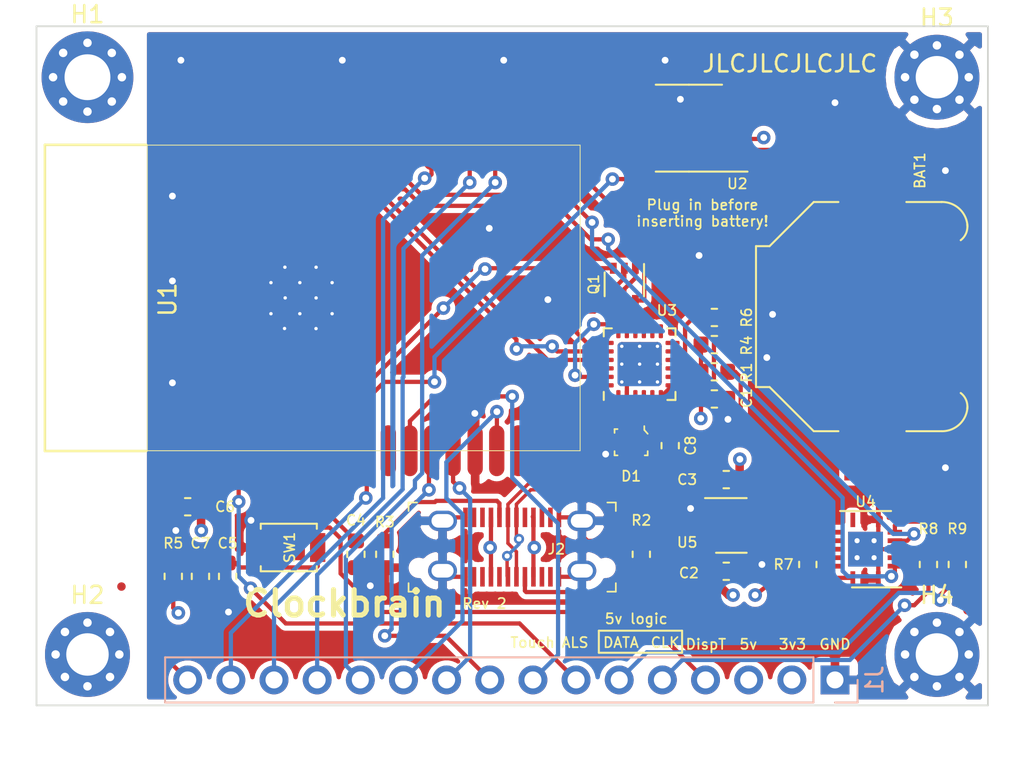
<source format=kicad_pcb>
(kicad_pcb (version 20241229) (generator "pcbnew") (generator_version "9.0")
  (layers (0 "F.Cu" signal) (4 "In1.Cu" power "GND") (6 "In2.Cu" power "3v3") (2 "B.Cu" signal) (13 "F.Paste" user) (15 "B.Paste" user) (5 "F.SilkS" user) (7 "B.SilkS" user) (1 "F.Mask" user) (3 "B.Mask" user) (25 "Edge.Cuts" user))
  (net 0 "")
  (net 1 "GND")
  (net 2 "Net-(R1-Pad2)")
  (net 3 "VBUS")
  (net 4 "+3V3")
  (net 5 "Net-(J2-PadB5)")
  (net 6 "Net-(J2-PadA5)")
  (net 7 "RESET")
  (net 8 "RXD0")
  (net 9 "TXD0")
  (net 10 "DTR")
  (net 11 "RTS")
  (net 12 "/D+")
  (net 13 "/D-")
  (net 14 "32K_XP")
  (net 15 "GPIO22")
  (net 16 "GPIO19")
  (net 17 "GPIO18")
  (net 18 "RESET_IO0")
  (net 19 "32K_XN")
  (net 20 "Net-(R6-Pad2)")
  (net 21 "+BATT")
  (net 22 "GPIO23")
  (net 23 "GPIO21")
  (net 24 "GPIO4")
  (net 25 "Net-(J2-PadA8)")
  (net 26 "Net-(J2-PadB8)")
  (net 27 "Net-(U1-Pad17)")
  (net 28 "Net-(U1-Pad18)")
  (net 29 "Net-(U1-Pad19)")
  (net 30 "Net-(U1-Pad20)")
  (net 31 "Net-(U1-Pad21)")
  (net 32 "Net-(U1-Pad22)")
  (net 33 "Net-(U1-Pad27)")
  (net 34 "Net-(U1-Pad28)")
  (net 35 "Net-(U1-Pad32)")
  (net 36 "Net-(U2-Pad3)")
  (net 37 "Net-(U3-Pad24)")
  (net 38 "Net-(U3-Pad22)")
  (net 39 "Net-(U3-Pad18)")
  (net 40 "Net-(U3-Pad17)")
  (net 41 "Net-(U3-Pad16)")
  (net 42 "Net-(U3-Pad15)")
  (net 43 "Net-(U3-Pad14)")
  (net 44 "Net-(U3-Pad13)")
  (net 45 "Net-(U3-Pad12)")
  (net 46 "Net-(U3-Pad11)")
  (net 47 "Net-(U3-Pad10)")
  (net 48 "Net-(U3-Pad1)")
  (net 49 "Net-(U5-Pad4)")
  (net 50 "Net-(R7-Pad2)")
  (net 51 "LED-Data")
  (net 52 "Net-(R8-Pad1)")
  (net 53 "LED-Clock")
  (net 54 "Net-(R9-Pad1)")
  (net 55 "Net-(U4-Pad12)")
  (net 56 "Net-(U4-Pad11)")
  (net 57 "Net-(U4-Pad9)")
  (net 58 "Net-(U4-Pad8)")
  (net 59 "GPIO26")
  (net 60 "GPIO25")
  (net 61 "GPIO5")
  (net 62 "GPIO2")
  (net 63 "GPIO15")
  (net 64 "GPIO13")
  (net 65 "GPIO12")
  (net 66 "GPIO14")
  (net 67 "TOUCH-GPIO27")
  (net 68 "ALS-GPI36")
  (net 69 "DispT-GPI39")
  (net 70 "GPI34")
  (net 71 "GPI35")
  (footprint "Battery:BatteryHolder_Keystone_3000_1x12mm" (layer "F.Cu") (at 69.2 36.1 90)
    (property "Reference" "BAT1")
    (property "Value" "BS-7")
  )
  (footprint "Capacitor_SMD:C_0603_1608Metric" (layer "F.Cu") (at 28.9 47.3)
    (property "Reference" "C6")
    (property "Value" "0.1µF")
  )
  (footprint "Capacitor_SMD:C_0603_1608Metric" (layer "F.Cu") (at 29.65 51.4 -90)
    (property "Reference" "C7")
    (property "Value" "0.1µF")
  )
  (footprint "Package_TO_SOT_SMD:SOT-363_SC-70-6" (layer "F.Cu") (at 54.6 34.2 -90)
    (property "Reference" "Q1")
    (property "Value" "MUN5214DW1T1G")
  )
  (footprint "Resistor_SMD:R_0603_1608Metric" (layer "F.Cu") (at 40.5 50.1 90)
    (property "Reference" "R3")
    (property "Value" "5.1k")
  )
  (footprint "Resistor_SMD:R_0603_1608Metric" (layer "F.Cu") (at 59.9 37.75)
    (property "Reference" "R4")
    (property "Value" "47.5k")
  )
  (footprint "Resistor_SMD:R_0603_1608Metric" (layer "F.Cu") (at 28.05 51.4 90)
    (property "Reference" "R5")
    (property "Value" "10K")
  )
  (footprint "Button_Switch_SMD:SW_SPST_B3U-1000P" (layer "F.Cu") (at 34.85 49.7)
    (property "Reference" "SW1")
    (property "Value" "SW_Push")
  )
  (footprint "Package_SO:SOIC-8_3.9x4.9mm_P1.27mm" (layer "F.Cu") (at 58.4 25 180)
    (property "Reference" "U2")
    (property "Value" "DS3231MZ+")
  )
  (footprint "digikey-footprints:SOT-553" (layer "F.Cu") (at 55 43.5 180)
    (property "Reference" "D1")
    (property "Value" "TPD2E001DRLR")
  )
  (footprint "Package_DFN_QFN:QFN-24-1EP_4x4mm_P0.5mm_EP2.6x2.6mm_ThermalVias" (layer "F.Cu") (at 55.5 38.9 90)
    (property "Reference" "U3")
    (property "Value" "CP2102N-A02-GQFN24")
  )
  (footprint "Resistor_SMD:R_0603_1608Metric" (layer "F.Cu") (at 59.9 36.15 180)
    (property "Reference" "R6")
    (property "Value" "1k")
  )
  (footprint "Resistor_SMD:R_0603_1608Metric" (layer "F.Cu") (at 55.6 50.1 -90)
    (property "Reference" "R2")
    (property "Value" "5.1k")
  )
  (footprint "Resistor_SMD:R_0603_1608Metric" (layer "F.Cu") (at 59.9 39.35 180)
    (property "Reference" "R1")
    (property "Value" "22.1k")
  )
  (footprint "Capacitor_SMD:C_0603_1608Metric" (layer "F.Cu") (at 59.9 40.95)
    (property "Reference" "C1")
    (property "Value" "10µF")
  )
  (footprint "Capacitor_SMD:C_0603_1608Metric" (layer "F.Cu") (at 31.25 51.4 -90)
    (property "Reference" "C5")
    (property "Value" "1.0µF")
  )
  (footprint "_Custom:ESP32-WROVER-B-Recs" (layer "F.Cu") (at 52 35 90)
    (property "Reference" "U1")
    (property "Value" "ESP32-WROVER" (hide yes))
  )
  (footprint "Capacitor_SMD:C_0603_1608Metric" (layer "F.Cu") (at 57.3 43.7 90)
    (property "Reference" "C8")
    (property "Value" "0.1µF")
  )
  (footprint "MountingHole:MountingHole_2.7mm_M2.5_Pad_Via" (layer "F.Cu") (at 23 22)
    (property "Reference" "H1")
    (property "Value" "MountingHole")
  )
  (footprint "MountingHole:MountingHole_2.5mm_Pad_Via" (layer "F.Cu") (at 73 22)
    (property "Reference" "H3")
    (property "Value" "MountingHole")
  )
  (footprint "MountingHole:MountingHole_2.5mm_Pad_Via" (layer "F.Cu") (at 73 56)
    (property "Reference" "H4")
    (property "Value" "MountingHole")
  )
  (footprint "MountingHole:MountingHole_2.5mm_Pad_Via" (layer "F.Cu") (at 23 56)
    (property "Reference" "H2")
    (property "Value" "MountingHole")
  )
  (footprint "Resistor_SMD:R_0603_1608Metric" (layer "F.Cu") (at 65.4 50.7 90)
    (property "Reference" "R7")
    (property "Value" "10K")
  )
  (footprint "Resistor_SMD:R_0603_1608Metric" (layer "F.Cu") (at 72.5 50.7 -90)
    (property "Reference" "R8")
    (property "Value" "100R")
  )
  (footprint "Resistor_SMD:R_0603_1608Metric" (layer "F.Cu") (at 74.2 50.7 -90)
    (property "Reference" "R9")
    (property "Value" "100R")
  )
  (footprint "Package_DFN_QFN:Texas_S-PVQFN-N14_ThermalVias" (layer "F.Cu") (at 68.8 49.8 180)
    (property "Reference" "U4")
    (property "Value" "SN74AHCT125RGY")
  )
  (footprint "_Custom:USB-C_Female_Vert_DX07S024WJ3R400-Corrected" (layer "F.Cu") (at 48 50.9 180)
    (property "Reference" "J2")
    (property "Value" "USB-C Receptacle DX07S024WJ3R400")
  )
  (footprint "Capacitor_SMD:C_0603_1608Metric" (layer "F.Cu") (at 60.6 51.1)
    (property "Reference" "C2")
    (property "Value" "1.0µF")
  )
  (footprint "Package_TO_SOT_SMD:SOT-23-5" (layer "F.Cu") (at 60.9 48.4)
    (property "Reference" "U5")
    (property "Value" "AP2112K-3.3")
  )
  (footprint "Capacitor_SMD:C_0603_1608Metric" (layer "F.Cu") (at 60.6 45.7 180)
    (property "Reference" "C3")
    (property "Value" "1.0µF")
  )
  (footprint "Capacitor_SMD:C_0603_1608Metric" (layer "F.Cu") (at 38.8 50.1 90)
    (property "Reference" "C4")
    (property "Value" "301pF")
  )
  (footprint "Fiducial:Fiducial_0.5mm_Mask1mm" (layer "F.Cu") (at 27.9 22.3)
    (property "Reference" "FID1" (hide yes))
    (property "Value" "Fiducial")
  )
  (footprint "Fiducial:Fiducial_0.5mm_Mask1mm" (layer "F.Cu") (at 74.8 53.4)
    (property "Reference" "FID2" (hide yes))
    (property "Value" "Fiducial")
  )
  (footprint "Fiducial:Fiducial_0.5mm_Mask1mm" (layer "F.Cu") (at 69 23.5)
    (property "Reference" "FID3" (hide yes))
    (property "Value" "Fiducial")
  )
  (footprint "Fiducial:Fiducial_0.5mm_Mask1mm" (layer "F.Cu") (at 25 52)
    (property "Reference" "FID4" (hide yes))
    (property "Value" "Fiducial")
  )
  (footprint "Connector_PinHeader_2.54mm:PinHeader_1x16_P2.54mm_Vertical" (layer "B.Cu") (at 67 57.5 90)
    (property "Reference" "J1")
    (property "Value" "Conn_01x16")
  )
  (gr_line (start 58 54.6) (end 53.1 54.6) (stroke (width 0.12)) (layer "F.SilkS"))
  (gr_line (start 58 55.9) (end 58 54.6) (stroke (width 0.12)) (layer "F.SilkS"))
  (gr_line (start 53.1 55.9) (end 58 55.9) (stroke (width 0.12)) (layer "F.SilkS"))
  (gr_line (start 53.1 54.6) (end 53.1 55.9) (stroke (width 0.12)) (layer "F.SilkS"))
  (gr_line (start 76 19) (end 76 59) (stroke (width 0.1)) (layer "Edge.Cuts"))
  (gr_line (start 76 59) (end 20 59) (stroke (width 0.1)) (layer "Edge.Cuts"))
  (gr_line (start 20 59) (end 20 19) (stroke (width 0.1)) (layer "Edge.Cuts"))
  (gr_line (start 20 19) (end 76 19) (stroke (width 0.1)) (layer "Edge.Cuts"))
  (gr_text "DATA" (at 54.4 55.3 0) (layer "F.SilkS") (effects (font (size 0.6 0.6) (thickness 0.1))))
  (gr_text "3v3" (at 64.5 55.4 0) (layer "F.SilkS") (effects (font (size 0.6 0.6) (thickness 0.1))))
  (gr_text "ALS" (at 51.7 55.3 0) (layer "F.SilkS") (effects (font (size 0.6 0.6) (thickness 0.1))))
  (gr_text "5v" (at 61.9 55.4 0) (layer "F.SilkS") (effects (font (size 0.6 0.6) (thickness 0.1))))
  (gr_text "DispT" (at 59.4 55.4 0) (layer "F.SilkS") (effects (font (size 0.6 0.6) (thickness 0.1))))
  (gr_text "Touch" (at 49.2 55.3 0) (layer "F.SilkS") (effects (font (size 0.6 0.6) (thickness 0.1))))
  (gr_text "GND" (at 67 55.4 0) (layer "F.SilkS") (effects (font (size 0.6 0.6) (thickness 0.1))))
  (gr_text "Rev 2" (at 45 53 0) (layer "F.SilkS") (effects (font (size 0.6 0.6) (thickness 0.1)) (justify left)))
  (gr_text "5v logic" (at 55.3 53.9 0) (layer "F.SilkS") (effects (font (size 0.6 0.6) (thickness 0.1))))
  (gr_text "JLCJLCJLCJLC" (at 59.1 21.2 0) (layer "F.SilkS") (effects (font (size 1 1)) (justify left)))
  (gr_text "Clockbrain" (at 32 53 0) (layer "F.SilkS") (effects (font (size 1.5 1.5) (thickness 0.3)) (justify left)))
  (gr_text "Plug in before\ninserting battery!" (at 59.2 30 0) (layer "F.SilkS") (effects (font (size 0.6 0.6) (thickness 0.1))))
  (gr_text "CLK" (at 57 55.3 0) (layer "F.SilkS") (effects (font (size 0.6 0.6) (thickness 0.1))))
  (segment (start 59.8125 45.7) (end 59.375 45.7) (width 0.5) (layer "F.Cu") (net 1))
  (segment (start 58.5 46.575) (end 58.5 47.4) (width 0.5) (layer "F.Cu") (net 1))
  (segment (start 59.375 45.7) (end 58.5 46.575) (width 0.5) (layer "F.Cu") (net 1))
  (segment (start 45.25 51.425) (end 44.255001 51.425) (width 0.25) (layer "F.Cu") (net 1))
  (segment (start 28.01 44) (end 28.01 47.1975) (width 0.5) (layer "F.Cu") (net 1))
  (segment (start 39.275 50.8875) (end 39.6 51.2125) (width 0.25) (layer "F.Cu") (net 1))
  (segment (start 55.925 23.095) (end 57.695 23.095) (width 0.25) (layer "F.Cu") (net 1))
  (segment (start 54.75 39.65) (end 55.5 38.9) (width 0.25) (layer "F.Cu") (net 1))
  (segment (start 52.1 48.98) (end 52.1 48.13) (width 0.25) (layer "F.Cu") (net 1))
  (segment (start 69.55 48.075) (end 69.55 49.05) (width 0.25) (layer "F.Cu") (net 1))
  (segment (start 38.8 50.8875) (end 39.275 50.8875) (width 0.25) (layer "F.Cu") (net 1))
  (segment (start 39.6 51.534313) (end 39.6 51.906174) (width 0.25) (layer "F.Cu") (net 1))
  (segment (start 60.6875 42.1375) (end 60.7 42.15) (width 0.25) (layer "F.Cu") (net 1))
  (segment (start 60.6875 37.75) (end 62.22468 37.75) (width 0.25) (layer "F.Cu") (net 1))
  (segment (start 28.01 47.1975) (end 28.1125 47.3) (width 0.5) (layer "F.Cu") (net 1))
  (segment (start 57.695 23.095) (end 57.9 23.3) (width 0.25) (layer "F.Cu") (net 1))
  (segment (start 63.89216 35.968737) (end 63.326475 35.968737) (width 0.5) (layer "F.Cu") (net 1))
  (segment (start 32.65 48.1) (end 32.62501 48.1) (width 0.25) (layer "F.Cu") (net 1))
  (segment (start 51.745 51.425) (end 52.1 51.07) (width 0.25) (layer "F.Cu") (net 1))
  (segment (start 50.75 51.425) (end 51.745 51.425) (width 0.25) (layer "F.Cu") (net 1))
  (segment (start 45.82 44) (end 45.82 41.82) (width 0.25) (layer "F.Cu") (net 1))
  (segment (start 29.65 52.1875) (end 31.25 52.1875) (width 0.25) (layer "F.Cu") (net 1))
  (segment (start 69.068737 35.968737) (end 63.89216 35.968737) (width 0.5) (layer "F.Cu") (net 1))
  (segment (start 61.3875 51.1) (end 62.299999 51.099999) (width 0.5) (layer "F.Cu") (net 1))
  (segment (start 54.5 44.225) (end 53.525 44.225) (width 0.25) (layer "F.Cu") (net 1))
  (segment (start 28.1125 47.3) (end 28.1125 48.6125) (width 0.5) (layer "F.Cu") (net 1))
  (segment (start 45.25 47.925) (end 44.105001 47.925) (width 0.25) (layer "F.Cu") (net 1))
  (segment (start 52.4325 49.3125) (end 52.1 48.98) (width 0.25) (layer "F.Cu") (net 1))
  (segment (start 44.105001 47.925) (end 43.900001 48.13) (width 0.25) (layer "F.Cu") (net 1))
  (segment (start 33.15 49.7) (end 33.15 48.6) (width 0.25) (layer "F.Cu") (net 1))
  (segment (start 69.2 36.1) (end 69.068737 35.968737) (width 0.5) (layer "F.Cu") (net 1))
  (segment (start 54.75 40.8375) (end 54.75 39.65) (width 0.25) (layer "F.Cu") (net 1))
  (segment (start 40.025 50.8875) (end 39.6 51.3125) (width 0.25) (layer "F.Cu") (net 1))
  (segment (start 44.255001 51.425) (end 43.900001 51.07) (width 0.25) (layer "F.Cu") (net 1))
  (segment (start 58.934315 48.4) (end 58.5 47.965685) (width 0.5) (layer "F.Cu") (net 1))
  (segment (start 58.5 47.965685) (end 58.5 47.4) (width 0.5) (layer "F.Cu") (net 1))
  (segment (start 62.299999 51.099999) (end 62.699998 50.7) (width 0.5) (layer "F.Cu") (net 1))
  (segment (start 40.5 50.8875) (end 40.025 50.8875) (width 0.25) (layer "F.Cu") (net 1))
  (segment (start 57.3 44.925) (end 58.5 46.125) (width 0.25) (layer "F.Cu") (net 1))
  (segment (start 45.82 41.82) (end 45.8 41.8) (width 0.25) (layer "F.Cu") (net 1))
  (segment (start 69.55 51.525) (end 69.55 50.55) (width 0.25) (layer "F.Cu") (net 1))
  (segment (start 55.6 49.3125) (end 52.4325 49.3125) (width 0.25) (layer "F.Cu") (net 1))
  (segment (start 58.5 46.125) (end 58.5 46.575) (width 0.25) (layer "F.Cu") (net 1))
  (segment (start 33.15 48.6) (end 32.65 48.1) (width 0.25) (layer "F.Cu") (net 1))
  (segment (start 31.25 53.45) (end 31.3 53.5) (width 0.25) (layer "F.Cu") (net 1))
  (segment (start 28.01 25.97) (end 28.01 28.99) (width 0.5) (layer "F.Cu") (net 1))
  (segment (start 57.3 44.4875) (end 57.3 44.925) (width 0.25) (layer "F.Cu") (net 1))
  (segment (start 28.1125 48.6125) (end 28.2 48.7) (width 0.5) (layer "F.Cu") (net 1))
  (segment (start 60.6875 40.95) (end 60.6875 42.1375) (width 0.25) (layer "F.Cu") (net 1))
  (segment (start 69.55 49.05) (end 68.8 49.8) (width 0.25) (layer "F.Cu") (net 1))
  (segment (start 51.895 47.925) (end 52.1 48.13) (width 0.25) (layer "F.Cu") (net 1))
  (segment (start 70.525 49.8) (end 68.8 49.8) (width 0.25) (layer "F.Cu") (net 1))
  (segment (start 62.22468 37.75) (end 62.987336 38.512656) (width 0.25) (layer "F.Cu") (net 1))
  (segment (start 39.6 51.2125) (end 39.6 51.534313) (width 0.25) (layer "F.Cu") (net 1))
  (segment (start 53.525 44.225) (end 53.5 44.2) (width 0.25) (layer "F.Cu") (net 1))
  (segment (start 31.25 52.1875) (end 31.25 53.45) (width 0.25) (layer "F.Cu") (net 1))
  (segment (start 52.555001 51.525001) (end 52.1 51.07) (width 0.25) (layer "F.Cu") (net 1))
  (segment (start 69.55 50.55) (end 68.8 49.8) (width 0.25) (layer "F.Cu") (net 1))
  (segment (start 59.8 48.4) (end 58.934315 48.4) (width 0.5) (layer "F.Cu") (net 1))
  (segment (start 50.75 47.925) (end 51.895 47.925) (width 0.25) (layer "F.Cu") (net 1))
  (segment (start 28.01 28.99) (end 28 29) (width 0.5) (layer "F.Cu") (net 1))
  (segment (start 39.6 51.906174) (end 39.646913 51.953087) (width 0.25) (layer "F.Cu") (net 1))
  (segment (start 39.6 51.3125) (end 39.6 51.534313) (width 0.25) (layer "F.Cu") (net 1))
  (via (at 58.5 47.4) (size 0.8) (drill 0.4) (layers "F.Cu" "B.Cu") (net 1))
  (via (at 59 32.5) (size 0.8) (drill 0.4) (layers "F.Cu" "B.Cu") (net 1))
  (via (at 46.65 30.9) (size 0.8) (drill 0.4) (layers "F.Cu" "B.Cu") (net 1))
  (via (at 60.7 42.15) (size 0.8) (drill 0.4) (layers "F.Cu" "B.Cu") (net 1))
  (via (at 38 21) (size 0.8) (drill 0.4) (layers "F.Cu" "B.Cu") (net 1))
  (via (at 31.3 53.5) (size 0.8) (drill 0.4) (layers "F.Cu" "B.Cu") (net 1))
  (via (at 62.987336 38.512656) (size 0.8) (drill 0.4) (layers "F.Cu" "B.Cu") (net 1))
  (via (at 53.5 44.2) (size 0.8) (drill 0.4) (layers "F.Cu" "B.Cu") (net 1))
  (via (at 47.5 21) (size 0.8) (drill 0.4) (layers "F.Cu" "B.Cu") (net 1))
  (via (at 28.2 48.7) (size 0.8) (drill 0.4) (layers "F.Cu" "B.Cu") (net 1))
  (via (at 57 21) (size 0.8) (drill 0.4) (layers "F.Cu" "B.Cu") (net 1))
  (via (at 28 34) (size 0.8) (drill 0.4) (layers "F.Cu" "B.Cu") (net 1))
  (via (at 67 23.5) (size 0.8) (drill 0.4) (layers "F.Cu" "B.Cu") (net 1))
  (via (at 39.646913 51.953087) (size 0.8) (drill 0.4) (layers "F.Cu" "B.Cu") (net 1))
  (via (at 28.5 21) (size 0.8) (drill 0.4) (layers "F.Cu" "B.Cu") (net 1))
  (via (at 63.326475 35.968737) (size 0.8) (drill 0.4) (layers "F.Cu" "B.Cu") (net 1))
  (via (at 45.8 41.8) (size 0.8) (drill 0.4) (layers "F.Cu" "B.Cu") (net 1))
  (via (at 50.1 35.1) (size 0.8) (drill 0.4) (layers "F.Cu" "B.Cu") (net 1))
  (via (at 73.5 45) (size 0.8) (drill 0.4) (layers "F.Cu" "B.Cu") (net 1))
  (via (at 32.62501 48.1) (size 0.8) (drill 0.4) (layers "F.Cu" "B.Cu") (net 1))
  (via (at 28 29) (size 0.8) (drill 0.4) (layers "F.Cu" "B.Cu") (net 1))
  (via (at 62.699998 50.7) (size 0.8) (drill 0.4) (layers "F.Cu" "B.Cu") (net 1))
  (via (at 73.5 27.5) (size 0.8) (drill 0.4) (layers "F.Cu" "B.Cu") (net 1))
  (via (at 28 40) (size 0.8) (drill 0.4) (layers "F.Cu" "B.Cu") (net 1))
  (via (at 57.9 23.3) (size 0.8) (drill 0.4) (layers "F.Cu" "B.Cu") (net 1))
  (segment (start 59.1125 39.35) (end 59.1125 37.75) (width 0.25) (layer "F.Cu") (net 2))
  (segment (start 58.8125 39.65) (end 59.1125 39.35) (width 0.25) (layer "F.Cu") (net 2))
  (segment (start 57.4375 39.65) (end 58.8125 39.65) (width 0.25) (layer "F.Cu") (net 2))
  (segment (start 59.8125 50.625) (end 59.8125 51.1) (width 0.25) (layer "F.Cu") (net 3))
  (segment (start 59.8 49.35) (end 60.515002 49.35) (width 0.5) (layer "F.Cu") (net 3))
  (segment (start 60.780001 49.085001) (end 60.780001 47.714999) (width 0.5) (layer "F.Cu") (net 3))
  (segment (start 60.515002 47.45) (end 59.8 47.45) (width 0.5) (layer "F.Cu") (net 3))
  (segment (start 60.515002 49.35) (end 60.780001 49.085001) (width 0.5) (layer "F.Cu") (net 3))
  (segment (start 60.780001 47.714999) (end 60.515002 47.45) (width 0.5) (layer "F.Cu") (net 3))
  (segment (start 59.8 49.35) (end 59.8 51.0875) (width 0.5) (layer "F.Cu") (net 3))
  (segment (start 59.8 51.0875) (end 59.8125 51.1) (width 0.5) (layer "F.Cu") (net 3))
  (segment (start 57.3 42.9125) (end 57.775 42.9125) (width 0.25) (layer "F.Cu") (net 3))
  (segment (start 61.45001 42.76249) (end 60.56249 43.65001) (width 0.25) (layer "F.Cu") (net 3))
  (segment (start 49.25 49.65) (end 49.3 49.7) (width 0.25) (layer "F.Cu") (net 3))
  (segment (start 57.3 42.9125) (end 55.6375 42.9125) (width 0.25) (layer "F.Cu") (net 3))
  (segment (start 60.58 46.875) (end 60.005 47.45) (width 0.25) (layer "F.Cu") (net 3))
  (segment (start 59.8125 51.1) (end 59.8125 51.575) (width 0.5) (layer "F.Cu") (net 3))
  (segment (start 49.210001 47.885001) (end 49.25 47.925) (width 0.25) (layer "F.Cu") (net 3))
  (segment (start 60.7375 52.5) (end 61.000018 52.5) (width 0.5) (layer "F.Cu") (net 3))
  (segment (start 65.4 51.4875) (end 68.0125 51.4875) (width 0.25) (layer "F.Cu") (net 3))
  (segment (start 49.25 47.925) (end 49.25 49.65) (width 0.25) (layer "F.Cu") (net 3))
  (segment (start 49.25 51.425) (end 49.25 49.75) (width 0.25) (layer "F.Cu") (net 3))
  (segment (start 60.6875 39.35) (end 61.125 39.35) (width 0.25) (layer "F.Cu") (net 3))
  (segment (start 60.58 43.66752) (end 60.58 46.875) (width 0.25) (layer "F.Cu") (net 3))
  (segment (start 46.75 49.75) (end 46.7 49.7) (width 0.25) (layer "F.Cu") (net 3))
  (segment (start 57.775 42.9125) (end 58.51251 43.65001) (width 0.25) (layer "F.Cu") (net 3))
  (segment (start 68.0125 51.4875) (end 68.05 51.525) (width 0.25) (layer "F.Cu") (net 3))
  (segment (start 46.75 47.925) (end 46.75 49.65) (width 0.25) (layer "F.Cu") (net 3))
  (segment (start 55.6375 42.9125) (end 55.525001 42.800001) (width 0.25) (layer "F.Cu") (net 3))
  (segment (start 63.614543 51.4875) (end 65.4 51.4875) (width 0.25) (layer "F.Cu") (net 3))
  (segment (start 59.8125 51.575) (end 60.7375 52.5) (width 0.5) (layer "F.Cu") (net 3))
  (segment (start 49.25 49.75) (end 49.3 49.7) (width 0.25) (layer "F.Cu") (net 3))
  (segment (start 61.45001 39.67501) (end 61.45001 42.76249) (width 0.25) (layer "F.Cu") (net 3))
  (segment (start 58.51251 43.65001) (end 60.56249 43.65001) (width 0.25) (layer "F.Cu") (net 3))
  (segment (start 60.56249 43.65001) (end 60.58 43.66752) (width 0.25) (layer "F.Cu") (net 3))
  (segment (start 61.125 39.35) (end 61.45001 39.67501) (width 0.25) (layer "F.Cu") (net 3))
  (segment (start 62.3 52.5) (end 63.614543 51.4875) (width 0.25) (layer "F.Cu") (net 3))
  (segment (start 60.005 47.45) (end 59.8 47.45) (width 0.25) (layer "F.Cu") (net 3))
  (segment (start 46.75 49.65) (end 46.7 49.7) (width 0.25) (layer "F.Cu") (net 3))
  (segment (start 46.75 51.425) (end 46.75 49.75) (width 0.25) (layer "F.Cu") (net 3))
  (via (at 49.3 49.7) (size 0.8) (drill 0.4) (layers "F.Cu" "B.Cu") (net 3))
  (via (at 46.7 49.7) (size 0.8) (drill 0.4) (layers "F.Cu" "B.Cu") (net 3))
  (via (at 62.3 52.5) (size 0.8) (drill 0.4) (layers "F.Cu" "B.Cu") (net 3))
  (via (at 61.000018 52.5) (size 0.8) (drill 0.4) (layers "F.Cu" "B.Cu") (net 3))
  (segment (start 61.3875 44.5125) (end 61.4 44.5) (width 0.5) (layer "F.Cu") (net 4))
  (segment (start 61.3875 45.7) (end 61.3875 44.5125) (width 0.5) (layer "F.Cu") (net 4))
  (segment (start 62 46.3125) (end 61.3875 45.7) (width 0.5) (layer "F.Cu") (net 4))
  (segment (start 62 47.45) (end 62 46.3125) (width 0.5) (layer "F.Cu") (net 4))
  (segment (start 59.87501 40.62499) (end 59.55 40.95) (width 0.25) (layer "F.Cu") (net 4))
  (segment (start 60.6875 36.15) (end 60.25 36.15) (width 0.25) (layer "F.Cu") (net 4))
  (segment (start 29.28 46.8925) (end 29.6875 47.3) (width 0.5) (layer "F.Cu") (net 4))
  (segment (start 62.724324 25.635) (end 62.804344 25.55498) (width 0.25) (layer "F.Cu") (net 4))
  (segment (start 57.4375 40.15) (end 56.75 40.8375) (width 0.25) (layer "F.Cu") (net 4))
  (segment (start 28.05 52.1875) (end 28.05 53.250002) (width 0.25) (layer "F.Cu") (net 4))
  (segment (start 29.6875 48.6875) (end 29.7 48.7) (width 0.5) (layer "F.Cu") (net 4))
  (segment (start 56.75 40.8375) (end 56.25 40.8375) (width 0.25) (layer "F.Cu") (net 4))
  (segment (start 59.1125 40.95) (end 59.1125 42.0875) (width 0.25) (layer "F.Cu") (net 4))
  (segment (start 59.55 40.95) (end 59.1125 40.95) (width 0.25) (layer "F.Cu") (net 4))
  (segment (start 60.875 25.635) (end 62.724324 25.635) (width 0.25) (layer "F.Cu") (net 4))
  (segment (start 59.1125 42.0875) (end 59.1 42.1) (width 0.25) (layer "F.Cu") (net 4))
  (segment (start 60.25 36.15) (end 59.87501 36.52499) (width 0.25) (layer "F.Cu") (net 4))
  (segment (start 28.05 53.250002) (end 28.349998 53.55) (width 0.25) (layer "F.Cu") (net 4))
  (segment (start 29.6875 47.3) (end 29.6875 48.6875) (width 0.5) (layer "F.Cu") (net 4))
  (segment (start 59.1125 40.95) (end 58.2375 40.95) (width 0.25) (layer "F.Cu") (net 4))
  (segment (start 58.2375 40.95) (end 57.4375 40.15) (width 0.25) (layer "F.Cu") (net 4))
  (segment (start 29.28 44) (end 29.28 46.8925) (width 0.5) (layer "F.Cu") (net 4))
  (segment (start 59.87501 36.52499) (end 59.87501 40.62499) (width 0.25) (layer "F.Cu") (net 4))
  (via (at 61.4 44.5) (size 0.8) (drill 0.4) (layers "F.Cu" "B.Cu") (net 4))
  (via (at 28.349998 53.55) (size 0.8) (drill 0.4) (layers "F.Cu" "B.Cu") (net 4))
  (via (at 62.804344 25.55498) (size 0.8) (drill 0.4) (layers "F.Cu" "B.Cu") (net 4))
  (via (at 29.7 48.7) (size 0.8) (drill 0.4) (layers "F.Cu" "B.Cu") (net 4))
  (via (at 59.1 42.1) (size 0.8) (drill 0.4) (layers "F.Cu" "B.Cu") (net 4))
  (segment (start 47.25 47.925) (end 47.25 47.1) (width 0.25) (layer "F.Cu") (net 5))
  (segment (start 43.521003 46.951999) (end 43.448001 47.025001) (width 0.25) (layer "F.Cu") (net 5))
  (segment (start 47.25 47.1) (end 47.101999 46.951999) (width 0.25) (layer "F.Cu") (net 5))
  (segment (start 40.5 48.875) (end 40.5 49.3125) (width 0.25) (layer "F.Cu") (net 5))
  (segment (start 42.349999 47.025001) (end 40.5 48.875) (width 0.25) (layer "F.Cu") (net 5))
  (segment (start 43.448001 47.025001) (end 42.349999 47.025001) (width 0.25) (layer "F.Cu") (net 5))
  (segment (start 47.101999 46.951999) (end 43.521003 46.951999) (width 0.25) (layer "F.Cu") (net 5))
  (segment (start 48.75 51.425) (end 48.75 52.25) (width 0.25) (layer "F.Cu") (net 6))
  (segment (start 54.599999 52.325001) (end 55.6 51.325) (width 0.25) (layer "F.Cu") (net 6))
  (segment (start 55.6 51.325) (end 55.6 50.8875) (width 0.25) (layer "F.Cu") (net 6))
  (segment (start 48.75 52.25) (end 48.825001 52.325001) (width 0.25) (layer "F.Cu") (net 6))
  (segment (start 48.825001 52.325001) (end 54.599999 52.325001) (width 0.25) (layer "F.Cu") (net 6))
  (segment (start 27.24999 55.84999) (end 27.24999 50.93751) (width 0.25) (layer "F.Cu") (net 7))
  (segment (start 36.55 49.7) (end 36.55 50.8) (width 0.25) (layer "F.Cu") (net 7))
  (segment (start 36.55 50.8) (end 36.474999 50.875001) (width 0.25) (layer "F.Cu") (net 7))
  (segment (start 31.725 50.6125) (end 31.25 50.6125) (width 0.25) (layer "F.Cu") (net 7))
  (segment (start 31.987501 50.875001) (end 31.725 50.6125) (width 0.25) (layer "F.Cu") (net 7))
  (segment (start 46.45 33.25) (end 46.4 33.3) (width 0.25) (layer "F.Cu") (net 7))
  (segment (start 27.24999 50.93751) (end 27.575 50.6125) (width 0.25) (layer "F.Cu") (net 7))
  (segment (start 28.05 50.6125) (end 29.65 50.6125) (width 0.25) (layer "F.Cu") (net 7))
  (segment (start 31.25 47.95) (end 30.55 47.25) (width 0.25) (layer "F.Cu") (net 7))
  (segment (start 53.95 33.25) (end 46.45 33.25) (width 0.25) (layer "F.Cu") (net 7))
  (segment (start 31.3 41.8) (end 30.55 42.55) (width 0.25) (layer "F.Cu") (net 7))
  (segment (start 30.55 47.25) (end 30.55 44) (width 0.25) (layer "F.Cu") (net 7))
  (segment (start 37.75 41.8) (end 31.3 41.8) (width 0.25) (layer "F.Cu") (net 7))
  (segment (start 43.95 35.6) (end 37.75 41.8) (width 0.25) (layer "F.Cu") (net 7))
  (segment (start 30.55 42.55) (end 30.55 44) (width 0.25) (layer "F.Cu") (net 7))
  (segment (start 27.575 50.6125) (end 28.05 50.6125) (width 0.25) (layer "F.Cu") (net 7))
  (segment (start 31.25 50.6125) (end 31.25 47.95) (width 0.25) (layer "F.Cu") (net 7))
  (segment (start 29.65 50.6125) (end 31.25 50.6125) (width 0.25) (layer "F.Cu") (net 7))
  (segment (start 36.474999 50.875001) (end 31.987501 50.875001) (width 0.25) (layer "F.Cu") (net 7))
  (segment (start 28.9 57.5) (end 27.24999 55.84999) (width 0.25) (layer "F.Cu") (net 7))
  (via (at 46.4 33.3) (size 0.8) (drill 0.4) (layers "F.Cu" "B.Cu") (net 7))
  (via (at 43.95 35.6) (size 0.8) (drill 0.4) (layers "F.Cu" "B.Cu") (net 7))
  (segment (start 43.95 35.6) (end 46.25 33.3) (width 0.25) (layer "B.Cu") (net 7))
  (segment (start 46.25 33.3) (end 46.4 33.3) (width 0.25) (layer "B.Cu") (net 7))
  (segment (start 40.4864 29.049989) (end 38.21358 29.049989) (width 0.25) (layer "F.Cu") (net 8))
  (segment (start 50.086411 38.65) (end 40.4864 29.049989) (width 0.25) (layer "F.Cu") (net 8))
  (segment (start 37.16358 27.999989) (end 33.369989 27.999989) (width 0.25) (layer "F.Cu") (net 8))
  (segment (start 53.5625 38.65) (end 50.086411 38.65) (width 0.25) (layer "F.Cu") (net 8))
  (segment (start 33.09 27.72) (end 33.09 25.97) (width 0.25) (layer "F.Cu") (net 8))
  (segment (start 33.369989 27.999989) (end 33.09 27.72) (width 0.25) (layer "F.Cu") (net 8))
  (segment (start 38.21358 29.049989) (end 37.16358 27.999989) (width 0.25) (layer "F.Cu") (net 8))
  (segment (start 53.5625 38.15) (end 50.65 38.15) (width 0.25) (layer "F.Cu") (net 9))
  (segment (start 38.02718 29.5) (end 36.97718 28.45) (width 0.25) (layer "F.Cu") (net 9))
  (segment (start 31.82 27.72) (end 31.82 25.97) (width 0.25) (layer "F.Cu") (net 9))
  (segment (start 40.3 29.5) (end 38.02718 29.5) (width 0.25) (layer "F.Cu") (net 9))
  (segment (start 50.65 38.15) (end 50.35 37.85) (width 0.25) (layer "F.Cu") (net 9))
  (segment (start 48.25 37.45) (end 40.3 29.5) (width 0.25) (layer "F.Cu") (net 9))
  (segment (start 32.55 28.45) (end 31.82 27.72) (width 0.25) (layer "F.Cu") (net 9))
  (segment (start 36.97718 28.45) (end 32.55 28.45) (width 0.25) (layer "F.Cu") (net 9))
  (segment (start 48.25 38) (end 48.25 37.45) (width 0.25) (layer "F.Cu") (net 9))
  (via (at 48.25 38) (size 0.8) (drill 0.4) (layers "F.Cu" "B.Cu") (net 9))
  (via (at 50.35 37.85) (size 0.8) (drill 0.4) (layers "F.Cu" "B.Cu") (net 9))
  (segment (start 50.35 37.85) (end 48.4 37.85) (width 0.25) (layer "B.Cu") (net 9))
  (segment (start 48.4 37.85) (end 48.25 38) (width 0.25) (layer "B.Cu") (net 9))
  (segment (start 52.8 36.55) (end 53.660002 36.55) (width 0.25) (layer "F.Cu") (net 10))
  (segment (start 54.6 35.610002) (end 54.6 35.15) (width 0.25) (layer "F.Cu") (net 10))
  (segment (start 54.6 34.575) (end 54.6 35.15) (width 0.25) (layer "F.Cu") (net 10))
  (segment (start 53.660002 36.55) (end 54.6 35.610002) (width 0.25) (layer "F.Cu") (net 10))
  (segment (start 54.6 34.475) (end 54.6 34.575) (width 0.25) (layer "F.Cu") (net 10))
  (segment (start 51.8 39.65) (end 51.7 39.55) (width 0.25) (layer "F.Cu") (net 10))
  (segment (start 55.25 33.25) (end 55.25 33.825) (width 0.25) (layer "F.Cu") (net 10))
  (segment (start 55.25 33.825) (end 54.6 34.475) (width 0.25) (layer "F.Cu") (net 10))
  (segment (start 53.5625 39.65) (end 51.8 39.65) (width 0.25) (layer "F.Cu") (net 10))
  (via (at 52.8 36.55) (size 0.8) (drill 0.4) (layers "F.Cu" "B.Cu") (net 10))
  (via (at 51.7 39.55) (size 0.8) (drill 0.4) (layers "F.Cu" "B.Cu") (net 10))
  (segment (start 51.7 39.55) (end 51.7 37.65) (width 0.25) (layer "B.Cu") (net 10))
  (segment (start 51.7 37.65) (end 52.8 36.55) (width 0.25) (layer "B.Cu") (net 10))
  (segment (start 52.4 37.65) (end 53.5625 37.65) (width 0.25) (layer "F.Cu") (net 11))
  (segment (start 54.6 33.825) (end 54.6 33.25) (width 0.25) (layer "F.Cu") (net 11))
  (segment (start 53.95 35.15) (end 53.5 35.15) (width 0.25) (layer "F.Cu") (net 11))
  (segment (start 51.8 37.05) (end 52.4 37.65) (width 0.25) (layer "F.Cu") (net 11))
  (segment (start 53.95 35.15) (end 53.95 34.475) (width 0.25) (layer "F.Cu") (net 11))
  (segment (start 52.35 35.8) (end 51.8 36.35) (width 0.25) (layer "F.Cu") (net 11))
  (segment (start 51.8 36.35) (end 51.8 37.05) (width 0.25) (layer "F.Cu") (net 11))
  (segment (start 53.5 35.15) (end 52.85 35.8) (width 0.25) (layer "F.Cu") (net 11))
  (segment (start 53.95 34.475) (end 54.6 33.825) (width 0.25) (layer "F.Cu") (net 11))
  (segment (start 52.85 35.8) (end 52.35 35.8) (width 0.25) (layer "F.Cu") (net 11))
  (segment (start 48.25 49.95) (end 48.25 51.425) (width 0.2) (layer "F.Cu") (net 12))
  (segment (start 47.75 47.925) (end 47.75 49.45) (width 0.2) (layer "F.Cu") (net 12))
  (segment (start 47.75 49.45) (end 48.25 49.95) (width 0.2) (layer "F.Cu") (net 12))
  (segment (start 48.95 45.95) (end 53.700002 45.95) (width 0.2) (layer "F.Cu") (net 12))
  (segment (start 54.5 42.35) (end 54.5 42.775) (width 0.2) (layer "F.Cu") (net 12))
  (segment (start 55.25 40.8375) (end 55.25 41.6) (width 0.2) (layer "F.Cu") (net 12))
  (segment (start 55.25 41.6) (end 54.5 42.35) (width 0.2) (layer "F.Cu") (net 12))
  (segment (start 53.700002 45.95) (end 54.950001 44.700001) (width 0.2) (layer "F.Cu") (net 12))
  (segment (start 54.950001 43.749999) (end 54.5 43.299998) (width 0.2) (layer "F.Cu") (net 12))
  (segment (start 54.5 43.299998) (end 54.5 42.775) (width 0.2) (layer "F.Cu") (net 12))
  (segment (start 47.75 47.925) (end 47.75 47.15) (width 0.2) (layer "F.Cu") (net 12))
  (segment (start 54.950001 44.700001) (end 54.950001 43.749999) (width 0.2) (layer "F.Cu") (net 12))
  (segment (start 47.75 47.15) (end 48.95 45.95) (width 0.2) (layer "F.Cu") (net 12))
  (segment (start 47.7 50.2) (end 47.7 51.375) (width 0.2) (layer "F.Cu") (net 13))
  (segment (start 47.7 51.375) (end 47.75 51.425) (width 0.2) (layer "F.Cu") (net 13))
  (segment (start 48.25 47.925) (end 48.25 49.05) (width 0.2) (layer "F.Cu") (net 13))
  (segment (start 48.25 49.05) (end 48.4 49.2) (width 0.2) (layer "F.Cu") (net 13))
  (segment (start 49.099989 46.300011) (end 48.25 47.15) (width 0.2) (layer "F.Cu") (net 13))
  (segment (start 48.25 47.15) (end 48.25 47.925) (width 0.2) (layer "F.Cu") (net 13))
  (segment (start 55.75 41.59499) (end 55.75 40.8375) (width 0.2) (layer "F.Cu") (net 13))
  (segment (start 55 43.25) (end 55 42.775) (width 0.2) (layer "F.Cu") (net 13))
  (segment (start 55.5 43.75) (end 55 43.25) (width 0.2) (layer "F.Cu") (net 13))
  (segment (start 55 42.775) (end 55 42.34499) (width 0.2) (layer "F.Cu") (net 13))
  (segment (start 55.5 44.225) (end 55.5 44.7) (width 0.2) (layer "F.Cu") (net 13))
  (segment (start 55.5 44.225) (end 55.5 43.75) (width 0.2) (layer "F.Cu") (net 13))
  (segment (start 55.5 44.7) (end 53.899989 46.300011) (width 0.2) (layer "F.Cu") (net 13))
  (segment (start 53.899989 46.300011) (end 49.099989 46.300011) (width 0.2) (layer "F.Cu") (net 13))
  (segment (start 55 42.34499) (end 55.75 41.59499) (width 0.2) (layer "F.Cu") (net 13))
  (via (at 48.4 49.2) (size 0.6) (drill 0.3) (layers "F.Cu" "B.Cu") (net 13))
  (via (at 47.7 50.2) (size 0.6) (drill 0.3) (layers "F.Cu" "B.Cu") (net 13))
  (segment (start 48.4 49.5) (end 47.7 50.2) (width 0.2) (layer "B.Cu") (net 13))
  (segment (start 48.4 49.2) (end 48.4 49.5) (width 0.2) (layer "B.Cu") (net 13))
  (segment (start 36.9 47.4125) (end 38.8 49.3125) (width 0.25) (layer "F.Cu") (net 14))
  (segment (start 36.9 44) (end 36.9 47.4125) (width 0.25) (layer "F.Cu") (net 14))
  (segment (start 51.7864 23.049989) (end 35.767571 23.049989) (width 0.25) (layer "F.Cu") (net 15))
  (segment (start 55.925 25.635) (end 54.37141 25.635) (width 0.25) (layer "F.Cu") (net 15))
  (segment (start 31.87 23.6) (end 30.55 24.92) (width 0.25) (layer "F.Cu") (net 15))
  (segment (start 35.767571 23.049989) (end 35.217561 23.6) (width 0.25) (layer "F.Cu") (net 15))
  (segment (start 30.55 24.92) (end 30.55 25.97) (width 0.25) (layer "F.Cu") (net 15))
  (segment (start 35.217561 23.6) (end 31.87 23.6) (width 0.25) (layer "F.Cu") (net 15))
  (segment (start 54.37141 25.635) (end 51.7864 23.049989) (width 0.25) (layer "F.Cu") (net 15))
  (segment (start 38.39998 28.599978) (end 41.690565 28.599978) (width 0.25) (layer "F.Cu") (net 16))
  (segment (start 37.6 27.72) (end 37.6 27.799998) (width 0.25) (layer "F.Cu") (net 16))
  (segment (start 53.084315 31.55) (end 53.65 31.55) (width 0.25) (layer "F.Cu") (net 16))
  (segment (start 52.626998 31.55) (end 53.084315 31.55) (width 0.25) (layer "F.Cu") (net 16))
  (segment (start 71.25 49.3) (end 71.65 48.9) (width 0.25) (layer "F.Cu") (net 16))
  (segment (start 42.665599 29.575012) (end 50.65201 29.575012) (width 0.25) (layer "F.Cu") (net 16))
  (segment (start 36.9 27.02) (end 37.6 27.72) (width 0.25) (layer "F.Cu") (net 16))
  (segment (start 37.6 27.799998) (end 38.39998 28.599978) (width 0.25) (layer "F.Cu") (net 16))
  (segment (start 36.9 25.97) (end 36.9 27.02) (width 0.25) (layer "F.Cu") (net 16))
  (segment (start 70.525 49.3) (end 71.25 49.3) (width 0.25) (layer "F.Cu") (net 16))
  (segment (start 41.690565 28.599978) (end 42.665599 29.575012) (width 0.25) (layer "F.Cu") (net 16))
  (segment (start 50.65201 29.575012) (end 52.626998 31.55) (width 0.25) (layer "F.Cu") (net 16))
  (via (at 53.65 31.55) (size 0.8) (drill 0.4) (layers "F.Cu" "B.Cu") (net 16))
  (via (at 71.65 48.9) (size 0.8) (drill 0.4) (layers "F.Cu" "B.Cu") (net 16))
  (segment (start 53.65 32.115685) (end 53.65 31.55) (width 0.25) (layer "B.Cu") (net 16))
  (segment (start 71.65 48.9) (end 70.434315 48.9) (width 0.25) (layer "B.Cu") (net 16))
  (segment (start 70.434315 48.9) (end 53.65 32.115685) (width 0.25) (layer "B.Cu") (net 16))
  (segment (start 51.074997 28.925001) (end 52.300001 30.150005) (width 0.25) (layer "F.Cu") (net 17))
  (segment (start 41.826998 28.1) (end 42.651999 28.925001) (width 0.25) (layer "F.Cu") (net 17))
  (segment (start 38.17 25.97) (end 38.17 27.72) (width 0.25) (layer "F.Cu") (net 17))
  (segment (start 42.651999 28.925001) (end 51.074997 28.925001) (width 0.25) (layer "F.Cu") (net 17))
  (segment (start 38.17 27.72) (end 38.55 28.1) (width 0.25) (layer "F.Cu") (net 17))
  (segment (start 70.525 50.8) (end 70.525 51.193186) (width 0.25) (layer "F.Cu") (net 17))
  (segment (start 70.525 51.193186) (end 70.320761 51.397425) (width 0.25) (layer "F.Cu") (net 17))
  (segment (start 38.55 28.1) (end 41.826998 28.1) (width 0.25) (layer "F.Cu") (net 17))
  (segment (start 52.300001 30.150005) (end 52.7 30.550004) (width 0.25) (layer "F.Cu") (net 17))
  (via (at 70.320761 51.397425) (size 0.8) (drill 0.4) (layers "F.Cu" "B.Cu") (net 17))
  (via (at 52.7 30.550004) (size 0.8) (drill 0.4) (layers "F.Cu" "B.Cu") (net 17))
  (segment (start 69.755076 51.397425) (end 70.320761 51.397425) (width 0.25) (layer "B.Cu") (net 17))
  (segment (start 67.449999 46.773003) (end 67.449999 51.085001) (width 0.25) (layer "B.Cu") (net 17))
  (segment (start 67.762423 51.397425) (end 69.755076 51.397425) (width 0.25) (layer "B.Cu") (net 17))
  (segment (start 52.7 30.550004) (end 52.7 32.023004) (width 0.25) (layer "B.Cu") (net 17))
  (segment (start 67.449999 51.085001) (end 67.762423 51.397425) (width 0.25) (layer "B.Cu") (net 17))
  (segment (start 52.7 32.023004) (end 67.449999 46.773003) (width 0.25) (layer "B.Cu") (net 17))
  (segment (start 44.52 24.22) (end 44.52 25.97) (width 0.25) (layer "F.Cu") (net 18))
  (segment (start 55.775001 35.074999) (end 55.775001 31.47101) (width 0.25) (layer "F.Cu") (net 18))
  (segment (start 55.7 35.15) (end 55.775001 35.074999) (width 0.25) (layer "F.Cu") (net 18))
  (segment (start 51.221019 24.17499) (end 44.56501 24.17499) (width 0.25) (layer "F.Cu") (net 18))
  (segment (start 51.67501 27.371019) (end 51.67501 24.628981) (width 0.25) (layer "F.Cu") (net 18))
  (segment (start 55.25 35.15) (end 55.7 35.15) (width 0.25) (layer "F.Cu") (net 18))
  (segment (start 51.67501 24.628981) (end 51.221019 24.17499) (width 0.25) (layer "F.Cu") (net 18))
  (segment (start 44.56501 24.17499) (end 44.52 24.22) (width 0.25) (layer "F.Cu") (net 18))
  (segment (start 55.775001 31.47101) (end 51.67501 27.371019) (width 0.25) (layer "F.Cu") (net 18))
  (segment (start 42.859325 39.94264) (end 43.42501 39.94264) (width 0.25) (layer "F.Cu") (net 19))
  (segment (start 60.875 26.905) (end 59.780002 27.999998) (width 0.25) (layer "F.Cu") (net 19))
  (segment (start 38.17 44) (end 38.17 42.25) (width 0.25) (layer "F.Cu") (net 19))
  (segment (start 38.17 42.25) (end 40.47736 39.94264) (width 0.25) (layer "F.Cu") (net 19))
  (segment (start 40.47736 39.94264) (end 42.859325 39.94264) (width 0.25) (layer "F.Cu") (net 19))
  (segment (start 54.465685 27.999998) (end 53.9 27.999998) (width 0.25) (layer "F.Cu") (net 19))
  (segment (start 59.780002 27.999998) (end 54.465685 27.999998) (width 0.25) (layer "F.Cu") (net 19))
  (via (at 53.9 27.999998) (size 0.8) (drill 0.4) (layers "F.Cu" "B.Cu") (net 19))
  (via (at 43.42501 39.94264) (size 0.8) (drill 0.4) (layers "F.Cu" "B.Cu") (net 19))
  (segment (start 43.42501 38.474988) (end 43.42501 39.94264) (width 0.25) (layer "B.Cu") (net 19))
  (segment (start 53.9 27.999998) (end 43.42501 38.474988) (width 0.25) (layer "B.Cu") (net 19))
  (segment (start 59.1125 36.15) (end 58.675 36.15) (width 0.25) (layer "F.Cu") (net 20))
  (segment (start 58.675 36.15) (end 58.17501 36.64999) (width 0.25) (layer "F.Cu") (net 20))
  (segment (start 58.17501 36.64999) (end 58.17501 38.873012) (width 0.25) (layer "F.Cu") (net 20))
  (segment (start 57.85 39.15) (end 57.4375 39.15) (width 0.25) (layer "F.Cu") (net 20))
  (segment (start 57.898022 39.15) (end 57.85 39.15) (width 0.25) (layer "F.Cu") (net 20))
  (segment (start 58.17501 38.873012) (end 57.898022 39.15) (width 0.25) (layer "F.Cu") (net 20))
  (segment (start 67.3 28.2) (end 69.2 28.2) (width 0.25) (layer "F.Cu") (net 21))
  (segment (start 67.3 44) (end 63.725002 40.425002) (width 0.25) (layer "F.Cu") (net 21))
  (segment (start 59.47999 26.27999) (end 65.37999 26.27999) (width 0.25) (layer "F.Cu") (net 21))
  (segment (start 62.2 33.3) (end 67.3 28.2) (width 0.25) (layer "F.Cu") (net 21))
  (segment (start 69.2 44) (end 67.3 44) (width 0.25) (layer "F.Cu") (net 21))
  (segment (start 55.925 24.365) (end 57.565 24.365) (width 0.25) (layer "F.Cu") (net 21))
  (segment (start 63.725002 38.225002) (end 62.2 36.7) (width 0.25) (layer "F.Cu") (net 21))
  (segment (start 65.37999 26.27999) (end 67.3 28.2) (width 0.25) (layer "F.Cu") (net 21))
  (segment (start 57.565 24.365) (end 59.47999 26.27999) (width 0.25) (layer "F.Cu") (net 21))
  (segment (start 69.329002 28.2) (end 67.3 28.2) (width 0.25) (layer "F.Cu") (net 21))
  (segment (start 62.2 36.7) (end 62.2 33.3) (width 0.25) (layer "F.Cu") (net 21))
  (segment (start 63.725002 40.425002) (end 63.725002 38.225002) (width 0.25) (layer "F.Cu") (net 21))
  (segment (start 60.24999 22.46999) (end 31.73001 22.46999) (width 0.25) (layer "F.Cu") (net 22))
  (segment (start 29.28 24.92) (end 29.28 25.97) (width 0.25) (layer "F.Cu") (net 22))
  (segment (start 31.73001 22.46999) (end 29.28 24.92) (width 0.25) (layer "F.Cu") (net 22))
  (segment (start 60.875 23.095) (end 60.24999 22.46999) (width 0.25) (layer "F.Cu") (net 22))
  (segment (start 35.953971 23.5) (end 34.36 25.093971) (width 0.25) (layer "F.Cu") (net 23))
  (segment (start 55.925 26.905) (end 55.005 26.905) (width 0.25) (layer "F.Cu") (net 23))
  (segment (start 51.6 23.5) (end 35.953971 23.5) (width 0.25) (layer "F.Cu") (net 23))
  (segment (start 34.36 25.093971) (end 34.36 25.97) (width 0.25) (layer "F.Cu") (net 23))
  (segment (start 55.005 26.905) (end 51.6 23.5) (width 0.25) (layer "F.Cu") (net 23))
  (segment (start 43.02266 27.94734) (end 42.84734 27.94734) (width 0.25) (layer "F.Cu") (net 24))
  (segment (start 43.25 27.72) (end 43.02266 27.94734) (width 0.25) (layer "F.Cu") (net 24))
  (segment (start 43.25 25.97) (end 43.25 27.72) (width 0.25) (layer "F.Cu") (net 24))
  (via (at 42.84734 27.94734) (size 0.8) (drill 0.4) (layers "F.Cu" "B.Cu") (net 24))
  (segment (start 33.98 53.210767) (end 40.4 46.790769) (width 0.25) (layer "B.Cu") (net 24))
  (segment (start 40.4 46.790769) (end 40.4 30.39468) (width 0.25) (layer "B.Cu") (net 24))
  (segment (start 33.98 57.5) (end 33.98 53.210767) (width 0.25) (layer "B.Cu") (net 24))
  (segment (start 42.447341 28.347339) (end 42.84734 27.94734) (width 0.25) (layer "B.Cu") (net 24))
  (segment (start 40.4 30.39468) (end 42.447341 28.347339) (width 0.25) (layer "B.Cu") (net 24))
  (segment (start 66.0125 49.3) (end 67.075 49.3) (width 0.25) (layer "F.Cu") (net 50))
  (segment (start 65.4 49.9125) (end 66.2875 50.8) (width 0.25) (layer "F.Cu") (net 50))
  (segment (start 66.2875 50.8) (end 67.075 50.8) (width 0.25) (layer "F.Cu") (net 50))
  (segment (start 65.4 49.9125) (end 66.0125 49.3) (width 0.25) (layer "F.Cu") (net 50))
  (segment (start 73.2 52.8) (end 73.2 52.4875) (width 0.25) (layer "F.Cu") (net 51))
  (segment (start 73.2 52.4875) (end 74.2 51.4875) (width 0.25) (layer "F.Cu") (net 51))
  (via (at 73.2 52.8) (size 0.8) (drill 0.4) (layers "F.Cu" "B.Cu") (net 51))
  (segment (start 72.800001 52.400001) (end 73.2 52.8) (width 0.25) (layer "B.Cu") (net 51))
  (segment (start 70.751998 52.374998) (end 72.774998 52.374998) (width 0.25) (layer "B.Cu") (net 51))
  (segment (start 67.252008 55.874988) (end 70.751998 52.374998) (width 0.25) (layer "B.Cu") (net 51))
  (segment (start 55.925012 55.874988) (end 67.252008 55.874988) (width 0.25) (layer "B.Cu") (net 51))
  (segment (start 54.3 57.5) (end 55.925012 55.874988) (width 0.25) (layer "B.Cu") (net 51))
  (segment (start 72.774998 52.374998) (end 72.800001 52.400001) (width 0.25) (layer "B.Cu") (net 51))
  (segment (start 70.525 50.3) (end 71.363589 50.3) (width 0.25) (layer "F.Cu") (net 52))
  (segment (start 71.751089 49.9125) (end 72.025 49.9125) (width 0.25) (layer "F.Cu") (net 52))
  (segment (start 72.025 49.9125) (end 72.5 49.9125) (width 0.25) (layer "F.Cu") (net 52))
  (segment (start 71.363589 50.3) (end 71.751089 49.9125) (width 0.25) (layer "F.Cu") (net 52))
  (segment (start 72.5 51.925) (end 72.5 51.4875) (width 0.25) (layer "F.Cu") (net 53))
  (segment (start 71.1 53.1) (end 71.665685 53.1) (width 0.25) (layer "F.Cu") (net 53))
  (segment (start 71.665685 53.1) (end 72.5 52.265685) (width 0.25) (layer "F.Cu") (net 53))
  (segment (start 72.5 52.265685) (end 72.5 51.925) (width 0.25) (layer "F.Cu") (net 53))
  (via (at 71.1 53.1) (size 0.8) (drill 0.4) (layers "F.Cu" "B.Cu") (net 53))
  (segment (start 56.84 57.5) (end 58.015001 56.324999) (width 0.25) (layer "B.Cu") (net 53))
  (segment (start 67.875001 56.324999) (end 71.1 53.1) (width 0.25) (layer "B.Cu") (net 53))
  (segment (start 58.015001 56.324999) (end 67.875001 56.324999) (width 0.25) (layer "B.Cu") (net 53))
  (segment (start 74.2 49.475) (end 74.2 49.9125) (width 0.25) (layer "F.Cu") (net 54))
  (segment (start 70.525 48.8) (end 70.525 48.41) (width 0.25) (layer "F.Cu") (net 54))
  (segment (start 72.899998 48.174998) (end 74.2 49.475) (width 0.25) (layer "F.Cu") (net 54))
  (segment (start 70.525 48.41) (end 70.760002 48.174998) (width 0.25) (layer "F.Cu") (net 54))
  (segment (start 70.760002 48.174998) (end 72.899998 48.174998) (width 0.25) (layer "F.Cu") (net 54))
  (segment (start 39.44 46.725449) (end 39.382725 46.782724) (width 0.25) (layer "F.Cu") (net 60))
  (segment (start 39.44 44) (end 39.44 46.725449) (width 0.25) (layer "F.Cu") (net 60))
  (via (at 39.382725 46.782724) (size 0.8) (drill 0.4) (layers "F.Cu" "B.Cu") (net 60))
  (segment (start 31.44 57.5) (end 31.44 54.725449) (width 0.25) (layer "B.Cu") (net 60))
  (segment (start 38.982726 47.182723) (end 39.382725 46.782724) (width 0.25) (layer "B.Cu") (net 60))
  (segment (start 31.44 54.725449) (end 38.982726 47.182723) (width 0.25) (layer "B.Cu") (net 60))
  (segment (start 45.5 26.32) (end 45.82 26) (width 0.25) (layer "F.Cu") (net 62))
  (segment (start 45.5 28.2) (end 45.5 26.32) (width 0.25) (layer "F.Cu") (net 62))
  (via (at 45.5 28.2) (size 0.8) (drill 0.4) (layers "F.Cu" "B.Cu") (net 62))
  (segment (start 41.549989 46.277191) (end 41.549989 39.7136) (width 0.25) (layer "B.Cu") (net 62))
  (segment (start 41.6 32.1) (end 45.100001 28.599999) (width 0.25) (layer "B.Cu") (net 62))
  (segment (start 45.100001 28.599999) (end 45.5 28.2) (width 0.25) (layer "B.Cu") (net 62))
  (segment (start 36.52 57.5) (end 36.52 51.30718) (width 0.25) (layer "B.Cu") (net 62))
  (segment (start 41.6 39.663589) (end 41.6 32.1) (width 0.25) (layer "B.Cu") (net 62))
  (segment (start 36.52 51.30718) (end 41.549989 46.277191) (width 0.25) (layer "B.Cu") (net 62))
  (segment (start 41.549989 39.7136) (end 41.6 39.663589) (width 0.25) (layer "B.Cu") (net 62))
  (segment (start 47 26.09) (end 47.09 26) (width 0.25) (layer "F.Cu") (net 63))
  (segment (start 47 28.2) (end 47 26.09) (width 0.25) (layer "F.Cu") (net 63))
  (via (at 47 28.2) (size 0.8) (drill 0.4) (layers "F.Cu" "B.Cu") (net 63))
  (segment (start 39.06 57.5) (end 38.210001 56.650001) (width 0.25) (layer "B.Cu") (net 63))
  (segment (start 42.274998 45.751998) (end 42.7 45.326996) (width 0.25) (layer "B.Cu") (net 63))
  (segment (start 42.274998 46.188592) (end 42.274998 45.751998) (width 0.25) (layer "B.Cu") (net 63))
  (segment (start 46.600001 28.599999) (end 47 28.2) (width 0.25) (layer "B.Cu") (net 63))
  (segment (start 38.210001 50.253589) (end 42.274998 46.188592) (width 0.25) (layer "B.Cu") (net 63))
  (segment (start 42.7 32.5) (end 46.600001 28.599999) (width 0.25) (layer "B.Cu") (net 63))
  (segment (start 38.210001 56.650001) (end 38.210001 50.253589) (width 0.25) (layer "B.Cu") (net 63))
  (segment (start 42.7 45.326996) (end 42.7 32.5) (width 0.25) (layer "B.Cu") (net 63))
  (segment (start 47.1 43.99) (end 47.09 44) (width 0.25) (layer "F.Cu") (net 64))
  (segment (start 47.1 41.7) (end 47.1 43.99) (width 0.25) (layer "F.Cu") (net 64))
  (via (at 47.1 41.7) (size 0.8) (drill 0.4) (layers "F.Cu" "B.Cu") (net 64))
  (segment (start 45.075011 54.024989) (end 45.075011 47.746849) (width 0.25) (layer "B.Cu") (net 64))
  (segment (start 46.700001 42.099999) (end 47.1 41.7) (width 0.25) (layer "B.Cu") (net 64))
  (segment (start 44.125002 44.674998) (end 46.700001 42.099999) (width 0.25) (layer "B.Cu") (net 64))
  (segment (start 41.6 57.5) (end 45.075011 54.024989) (width 0.25) (layer "B.Cu") (net 64))
  (segment (start 45.075011 47.746849) (end 44.125002 46.79684) (width 0.25) (layer "B.Cu") (net 64))
  (segment (start 44.125002 46.79684) (end 44.125002 44.674998) (width 0.25) (layer "B.Cu") (net 64))
  (segment (start 44.52 44) (end 44.52 45.82) (width 0.25) (layer "F.Cu") (net 65))
  (segment (start 44.52 45.82) (end 44.9 46.2) (width 0.25) (layer "F.Cu") (net 65))
  (via (at 44.9 46.2) (size 0.8) (drill 0.4) (layers "F.Cu" "B.Cu") (net 65))
  (segment (start 45.525022 56.114978) (end 44.989999 56.650001) (width 0.25) (layer "B.Cu") (net 65))
  (segment (start 45.525022 46.825022) (end 45.525022 56.114978) (width 0.25) (layer "B.Cu") (net 65))
  (segment (start 44.989999 56.650001) (end 44.14 57.5) (width 0.25) (layer "B.Cu") (net 65))
  (segment (start 44.9 46.2) (end 45.525022 46.825022) (width 0.25) (layer "B.Cu") (net 65))
  (segment (start 43.1 44.15) (end 43.25 44) (width 0.25) (layer "F.Cu") (net 66))
  (segment (start 43.1 46.3) (end 43.1 44.15) (width 0.25) (layer "F.Cu") (net 66))
  (segment (start 46.68 57.5) (end 44.08 54.9) (width 0.25) (layer "F.Cu") (net 66))
  (segment (start 44.08 54.9) (end 40.5 54.9) (width 0.25) (layer "F.Cu") (net 66))
  (via (at 40.5 54.9) (size 0.8) (drill 0.4) (layers "F.Cu" "B.Cu") (net 66))
  (via (at 43.1 46.3) (size 0.8) (drill 0.4) (layers "F.Cu" "B.Cu") (net 66))
  (segment (start 40.899999 48.500001) (end 42.700001 46.699999) (width 0.25) (layer "B.Cu") (net 66))
  (segment (start 40.5 54.9) (end 40.899999 54.500001) (width 0.25) (layer "B.Cu") (net 66))
  (segment (start 40.899999 54.500001) (end 40.899999 48.500001) (width 0.25) (layer "B.Cu") (net 66))
  (segment (start 42.700001 46.699999) (end 43.1 46.3) (width 0.25) (layer "B.Cu") (net 66))
  (segment (start 41.98 44) (end 41.98 42.25) (width 0.25) (layer "F.Cu") (net 67))
  (segment (start 43.43 40.8) (end 48 40.8) (width 0.25) (layer "F.Cu") (net 67))
  (segment (start 41.98 42.25) (end 43.43 40.8) (width 0.25) (layer "F.Cu") (net 67))
  (via (at 48 40.8) (size 0.8) (drill 0.4) (layers "F.Cu" "B.Cu") (net 67))
  (segment (start 50.7 48.288161) (end 50.7 56.02) (width 0.25) (layer "B.Cu") (net 67))
  (segment (start 48 45.588161) (end 50.7 48.288161) (width 0.25) (layer "B.Cu") (net 67))
  (segment (start 50.7 56.02) (end 49.22 57.5) (width 0.25) (layer "B.Cu") (net 67))
  (segment (start 48 40.8) (end 48 45.588161) (width 0.25) (layer "B.Cu") (net 67))
  (segment (start 34.674999 54.174999) (end 32.6 52.1) (width 0.25) (layer "F.Cu") (net 68))
  (segment (start 48.434999 54.174999) (end 34.674999 54.174999) (width 0.25) (layer "F.Cu") (net 68))
  (segment (start 51.76 57.5) (end 48.434999 54.174999) (width 0.25) (layer "F.Cu") (net 68))
  (segment (start 31.9 47) (end 31.9 44.08) (width 0.25) (layer "F.Cu") (net 68))
  (segment (start 31.9 44.08) (end 31.82 44) (width 0.25) (layer "F.Cu") (net 68))
  (via (at 32.6 52.1) (size 0.8) (drill 0.4) (layers "F.Cu" "B.Cu") (net 68))
  (via (at 31.9 47) (size 0.8) (drill 0.4) (layers "F.Cu" "B.Cu") (net 68))
  (segment (start 31.9 51.4) (end 31.9 47) (width 0.25) (layer "B.Cu") (net 68))
  (segment (start 32.6 52.1) (end 31.9 51.4) (width 0.25) (layer "B.Cu") (net 68))
  (segment (start 55.38 53.5) (end 59.38 57.5) (width 0.25) (layer "F.Cu") (net 69))
  (segment (start 37.9 49.164998) (end 37.9 51.231494) (width 0.25) (layer "F.Cu") (net 69))
  (segment (start 37.9 51.231494) (end 40.168506 53.5) (width 0.25) (layer "F.Cu") (net 69))
  (segment (start 37.260001 48.524999) (end 37.9 49.164998) (width 0.25) (layer "F.Cu") (net 69))
  (segment (start 33.09 44) (end 33.09 45.75) (width 0.25) (layer "F.Cu") (net 69))
  (segment (start 35.864999 48.524999) (end 37.260001 48.524999) (width 0.25) (layer "F.Cu") (net 69))
  (segment (start 33.09 45.75) (end 35.864999 48.524999) (width 0.25) (layer "F.Cu") (net 69))
  (segment (start 40.168506 53.5) (end 55.38 53.5) (width 0.25) (layer "F.Cu") (net 69))
  (zone (net 1) (net_name "GND") (layer "F.Cu") (priority 5) (connect_pads (clearance 0.3)) (min_thickness 0.254) (fill yes (thermal_gap 0.508) (thermal_bridge_width 0.508))
    (polygon (pts (xy 77 60) (xy 26.5 60) (xy 26.5 18) (xy 77 18)))
  )
  (zone (net 1) (net_name "GND") (layer "B.Cu") (connect_pads (clearance 0.3)) (min_thickness 0.254) (fill yes (thermal_gap 0.508) (thermal_bridge_width 0.508))
    (polygon (pts (xy 77 60) (xy 26.5 60) (xy 26.5 18) (xy 77 18)))
  )
)
</source>
